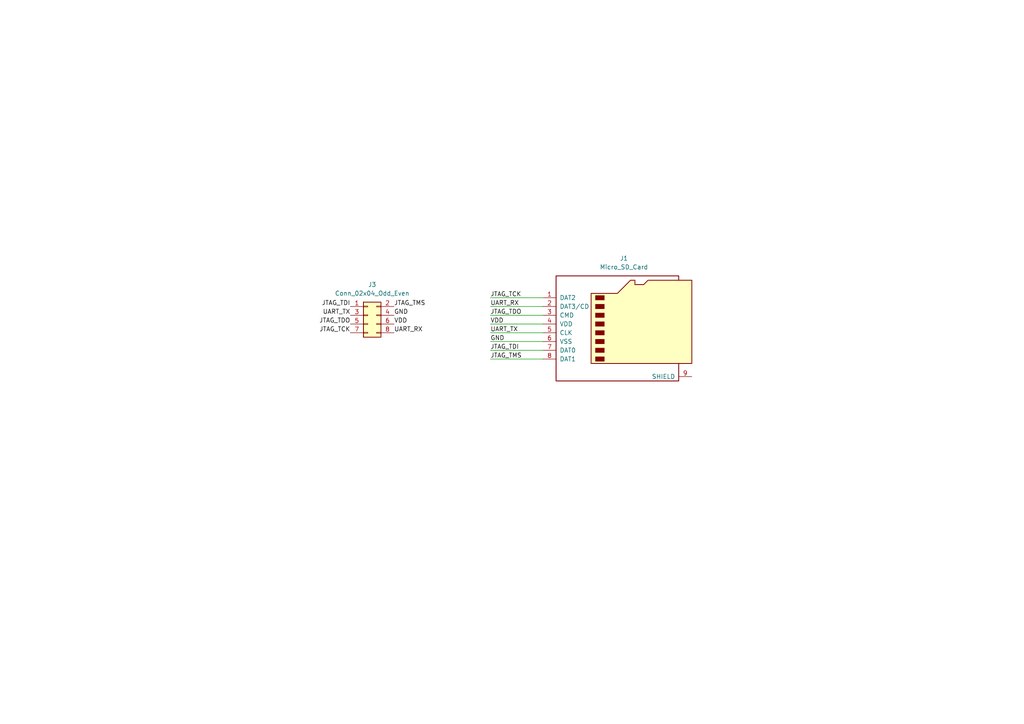
<source format=kicad_sch>
(kicad_sch (version 20231120) (generator "eeschema") (generator_version "8.0")
  (paper "A4")
  (title_block (title "Dildo (MicroSD reverse breakup)") (date "2024-05-31") (rev "v1.0") (company "dossalab"))
  (lib_symbols
    (symbol "Connector:Micro_SD_Card" (pin_names (offset 1.016))
      (property "Reference" "J" (at -16.51 15.24 0))
      (property "Value" "Micro_SD_Card" (at 16.51 15.24 0))
      (symbol "Micro_SD_Card_0_1"
        (rectangle (start -7.62 -9.525) (end -5.08 -10.795) (fill (type outline)))
        (rectangle (start -7.62 -6.985) (end -5.08 -8.255) (fill (type outline)))
        (rectangle (start -7.62 -4.445) (end -5.08 -5.715) (fill (type outline)))
        (rectangle (start -7.62 -1.905) (end -5.08 -3.175) (fill (type outline)))
        (rectangle (start -7.62 0.635) (end -5.08 -0.635) (fill (type outline)))
        (rectangle (start -7.62 3.175) (end -5.08 1.905) (fill (type outline)))
        (rectangle (start -7.62 5.715) (end -5.08 4.445) (fill (type outline)))
        (rectangle (start -7.62 8.255) (end -5.08 6.985) (fill (type outline)))
        (polyline (pts (xy 16.51 12.7) (xy 16.51 13.97) (xy -19.05 13.97) (xy -19.05 -16.51) (xy 16.51 -16.51) (xy 16.51 -11.43)) (stroke (width 0.254)))
        (polyline (pts (xy -8.89 -11.43) (xy -8.89 8.89) (xy -1.27 8.89) (xy 2.54 12.7) (xy 3.81 12.7) (xy 3.81 11.43) (xy 6.35 11.43) (xy 7.62 12.7) (xy 20.32 12.7) (xy 20.32 -11.43) (xy -8.89 -11.43)) (stroke (width 0.254)) (fill (type background)))
      )
      (symbol "Micro_SD_Card_1_1"
        (pin bidirectional line (at -22.86 7.62 0) (length 3.81) (name "DAT2") (number "1"))
        (pin bidirectional line (at -22.86 5.08 0) (length 3.81) (name "DAT3/CD") (number "2"))
        (pin input line (at -22.86 2.54 0) (length 3.81) (name "CMD") (number "3"))
        (pin power_in line (at -22.86 0 0) (length 3.81) (name "VDD") (number "4"))
        (pin input line (at -22.86 -2.54 0) (length 3.81) (name "CLK") (number "5"))
        (pin power_in line (at -22.86 -5.08 0) (length 3.81) (name "VSS") (number "6"))
        (pin bidirectional line (at -22.86 -7.62 0) (length 3.81) (name "DAT0") (number "7"))
        (pin bidirectional line (at -22.86 -10.16 0) (length 3.81) (name "DAT1") (number "8"))
        (pin passive line (at 20.32 -15.24 180) (length 3.81) (name "SHIELD") (number "9"))
      )
    )
    (symbol "Connector_Generic:Conn_02x04_Odd_Even" (pin_names (offset 1.016) hide)
      (property "Reference" "J" (at 1.27 5.08 0))
      (property "Value" "Conn_02x04_Odd_Even" (at 1.27 -7.62 0))
      (symbol "Conn_02x04_Odd_Even_1_1"
        (rectangle (start -1.27 -4.953) (end 0 -5.207) (stroke (width 0.1524)))
        (rectangle (start -1.27 -2.413) (end 0 -2.667) (stroke (width 0.1524)))
        (rectangle (start -1.27 0.127) (end 0 -0.127) (stroke (width 0.1524)))
        (rectangle (start -1.27 2.667) (end 0 2.413) (stroke (width 0.1524)))
        (rectangle (start -1.27 3.81) (end 3.81 -6.35) (stroke (width 0.254)) (fill (type background)))
        (rectangle (start 3.81 -4.953) (end 2.54 -5.207) (stroke (width 0.1524)))
        (rectangle (start 3.81 -2.413) (end 2.54 -2.667) (stroke (width 0.1524)))
        (rectangle (start 3.81 0.127) (end 2.54 -0.127) (stroke (width 0.1524)))
        (rectangle (start 3.81 2.667) (end 2.54 2.413) (stroke (width 0.1524)))
        (pin passive line (at -5.08 2.54 0) (length 3.81) (name "Pin_1") (number "1"))
        (pin passive line (at 7.62 2.54 180) (length 3.81) (name "Pin_2") (number "2"))
        (pin passive line (at -5.08 0 0) (length 3.81) (name "Pin_3") (number "3"))
        (pin passive line (at 7.62 0 180) (length 3.81) (name "Pin_4") (number "4"))
        (pin passive line (at -5.08 -2.54 0) (length 3.81) (name "Pin_5") (number "5"))
        (pin passive line (at 7.62 -2.54 180) (length 3.81) (name "Pin_6") (number "6"))
        (pin passive line (at -5.08 -5.08 0) (length 3.81) (name "Pin_7") (number "7"))
        (pin passive line (at 7.62 -5.08 180) (length 3.81) (name "Pin_8") (number "8"))
      )
    )
  )
  (wire (pts (xy 142.24 96.52) (xy 157.48 96.52)))
  (wire (pts (xy 142.24 104.14) (xy 157.48 104.14)))
  (wire (pts (xy 142.24 99.06) (xy 157.48 99.06)))
  (wire (pts (xy 142.24 88.9) (xy 157.48 88.9)))
  (wire (pts (xy 142.24 101.6) (xy 157.48 101.6)))
  (wire (pts (xy 142.24 86.36) (xy 157.48 86.36)))
  (wire (pts (xy 142.24 91.44) (xy 157.48 91.44)))
  (wire (pts (xy 142.24 93.98) (xy 157.48 93.98)))
  (label "JTAG_TDI" (at 142.24 101.6 0))
  (label "JTAG_TCK" (at 142.24 86.36 0))
  (label "JTAG_TDO" (at 142.24 91.44 0))
  (label "JTAG_TMS" (at 142.24 104.14 0))
  (label "JTAG_TDO" (at 101.6 93.98 180))
  (label "GND" (at 142.24 99.06 0))
  (label "JTAG_TDI" (at 101.6 88.9 180))
  (label "VDD" (at 114.3 93.98 0))
  (label "UART_TX" (at 101.6 91.44 180))
  (label "UART_RX" (at 142.24 88.9 0))
  (label "JTAG_TMS" (at 114.3 88.9 0))
  (label "GND" (at 114.3 91.44 0))
  (label "UART_RX" (at 114.3 96.52 0))
  (label "JTAG_TCK" (at 101.6 96.52 180))
  (label "UART_TX" (at 142.24 96.52 0))
  (label "VDD" (at 142.24 93.98 0))
  (symbol (lib_id "Connector:Micro_SD_Card") (at 180.34 93.98 0) (unit 1)
    (property "Reference" "J1" (at 180.975 74.93 0))
    (property "Value" "Micro_SD_Card" (at 180.975 77.47 0))
    (property "Footprint" "sd-card:microsd" (effects (hide yes)))
    (property "Datasheet" "http://katalog.we-online.de/em/datasheet/693072010801.pdf" (effects (hide yes)))
    (property "Description" "Micro SD Card Socket" (effects (hide yes)))
  )
  (symbol (lib_id "Connector_Generic:Conn_02x04_Odd_Even") (at 106.68 91.44 0) (unit 1)
    (property "Reference" "J3" (at 107.95 82.55 0))
    (property "Value" "Conn_02x04_Odd_Even" (at 107.95 85.09 0))
    (property "Footprint" "Connector_PinHeader_2.54mm:PinHeader_2x04_P2.54mm_Vertical" (effects (hide yes)))
    (property "Description" "Generic connector, double row, 02x04, odd/even pin numbering scheme (row 1 odd numbers, row 2 even numbers), script generated (kicad-library-utils/schlib/autogen/connector/)" (effects (hide yes)))
  )
)
</source>
